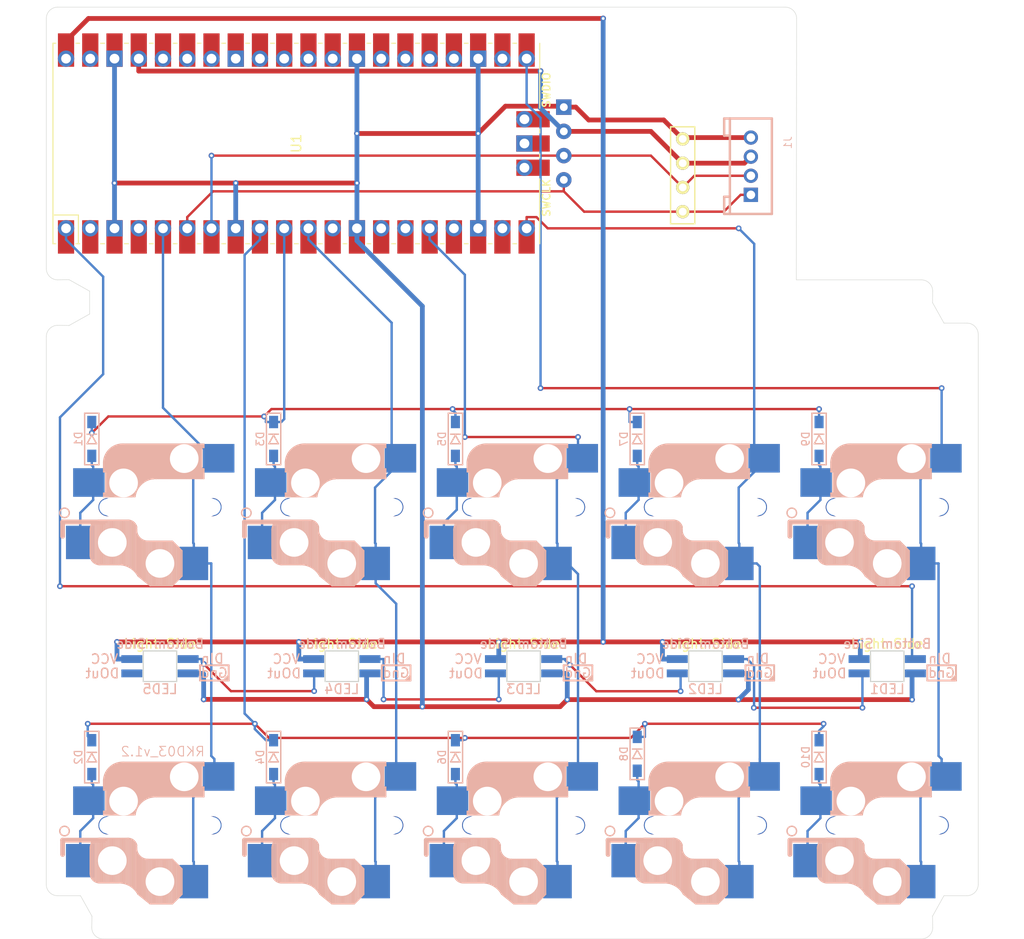
<source format=kicad_pcb>
(kicad_pcb (version 20240108) (generator "pcbnew") (generator_version "8.0")
  (layers (0 "F.Cu" signal) (31 "B.Cu" signal) (34 "B.Paste" user) (35 "F.Paste" user) (36 "B.SilkS" user "B.Silkscreen") (37 "F.SilkS" user "F.Silkscreen") (38 "B.Mask" user) (39 "F.Mask" user) (44 "Edge.Cuts" user))
  (net 0 "")
  (net 1 "Net-(D1-A)")
  (net 2 "Row0")
  (net 3 "Net-(D2-A)")
  (net 4 "Row1")
  (net 5 "Net-(D3-A)")
  (net 6 "Net-(D4-A)")
  (net 7 "Net-(D5-A)")
  (net 8 "Net-(D6-A)")
  (net 9 "Net-(D7-A)")
  (net 10 "Net-(D8-A)")
  (net 11 "Net-(D9-A)")
  (net 12 "SCL")
  (net 13 "GND")
  (net 14 "SDA")
  (net 15 "VCC")
  (net 16 "Col0")
  (net 17 "Col1")
  (net 18 "Col2")
  (net 19 "Col3")
  (net 21 "LED")
  (net 22 "Col4")
  (net 27 "3v3")
  (net 39 "Net-(LED1-DOUT)")
  (net 41 "Net-(D10-A)")
  (net 42 "Net-(LED2-DOUT)")
  (net 43 "Net-(LED3-DOUT)")
  (net 44 "Net-(LED4-DOUT)")
  (footprint "kbd_Parts:LED_SK6812MINI-E_BL" (layer "F.Cu") (at 130.9688 85.7251 180)
    (property "Reference" "LED1")
    (property "Value" "LED_SK6812MINI-E")
    (fp_line (start 1.75 1.6) (end -1.75 1.6) (stroke (width 0.12)) (layer "Edge.Cuts"))
    (fp_line (start 1.75 -1.6) (end 1.75 1.6) (stroke (width 0.12)) (layer "Edge.Cuts"))
    (fp_line (start -1.75 1.6) (end -1.75 -1.6) (stroke (width 0.12)) (layer "Edge.Cuts"))
    (fp_line (start -1.75 -1.6) (end 1.75 -1.6) (stroke (width 0.12)) (layer "Edge.Cuts"))
  )
  (footprint "Rikkodo_FootPrint:rkd_CherryChoc_v1v2_Hotswap_1u" (layer "F.Cu") (at 73.8188 102.3937)
    (property "Reference" "SW4" (hide yes))
    (property "Value" "SW_Push" (hide yes))
  )
  (footprint "kbd_Parts:Diode_SMD" (layer "F.Cu") (at 104.775 94.9037 -90)
    (property "Reference" "D8")
    (property "Value" "D" (hide yes))
  )
  (footprint "Rikkodo_FootPrint:rkd_CherryChoc_v1v2_Hotswap_1u" (layer "F.Cu") (at 92.8688 102.3937)
    (property "Reference" "SW6" (hide yes))
    (property "Value" "SW_Push" (hide yes))
  )
  (footprint "Rikkodo_FootPrint:rkd_Guard_Screw_Hall" (layer "F.Cu") (at 75 31)
    (property "Reference" "Point1" (hide yes))
    (property "Value" "Guard_Screw_Hall" (hide yes))
  )
  (footprint "kbd_Parts:LED_SK6812MINI-E_BL" (layer "F.Cu") (at 54.7688 85.725 180)
    (property "Reference" "LED5")
    (property "Value" "LED_SK6812MINI-E")
    (fp_line (start 1.75 1.6) (end -1.75 1.6) (stroke (width 0.12)) (layer "Edge.Cuts"))
    (fp_line (start 1.75 -1.6) (end 1.75 1.6) (stroke (width 0.12)) (layer "Edge.Cuts"))
    (fp_line (start -1.75 1.6) (end -1.75 -1.6) (stroke (width 0.12)) (layer "Edge.Cuts"))
    (fp_line (start -1.75 -1.6) (end 1.75 -1.6) (stroke (width 0.12)) (layer "Edge.Cuts"))
  )
  (footprint "Rikkodo_FootPrint:rkd_CherryChoc_v1v2_Hotswap_1u" (layer "F.Cu") (at 130.9688 102.3937)
    (property "Reference" "SW10" (hide yes))
    (property "Value" "SW_Push" (hide yes))
  )
  (footprint "Rikkodo_FootPrint:rkd_CherryChoc_v1v2_Hotswap_1u" (layer "F.Cu") (at 92.8688 69.0562)
    (property "Reference" "SW5" (hide yes))
    (property "Value" "SW_Push" (hide yes))
  )
  (footprint "kbd_Parts:LED_SK6812MINI-E_BL" (layer "F.Cu") (at 92.8688 85.725 180)
    (property "Reference" "LED3")
    (property "Value" "LED_SK6812MINI-E")
    (fp_line (start 1.75 1.6) (end -1.75 1.6) (stroke (width 0.12)) (layer "Edge.Cuts"))
    (fp_line (start 1.75 -1.6) (end 1.75 1.6) (stroke (width 0.12)) (layer "Edge.Cuts"))
    (fp_line (start -1.75 1.6) (end -1.75 -1.6) (stroke (width 0.12)) (layer "Edge.Cuts"))
    (fp_line (start -1.75 -1.6) (end 1.75 -1.6) (stroke (width 0.12)) (layer "Edge.Cuts"))
  )
  (footprint "Rikkodo_FootPrint:rkd_CherryChoc_v1v2_Hotswap_1u" (layer "F.Cu") (at 73.8188 69.0562)
    (property "Reference" "SW3" (hide yes))
    (property "Value" "SW_Push" (hide yes))
  )
  (footprint "kbd_Parts:Diode_SMD" (layer "F.Cu") (at 66.675 95.25 -90)
    (property "Reference" "D4")
    (property "Value" "D" (hide yes))
  )
  (footprint "kbd_Parts:Diode_SMD" (layer "F.Cu") (at 85.725 95.25 -90)
    (property "Reference" "D6")
    (property "Value" "D" (hide yes))
  )
  (footprint "Rikkodo_FootPrint:rkd_CherryChoc_v1v2_Hotswap_1u" (layer "F.Cu") (at 54.7688 102.3937)
    (property "Reference" "SW2" (hide yes))
    (property "Value" "SW_Push" (hide yes))
  )
  (footprint "kbd_Parts:OLED" (layer "F.Cu") (at 109.5375 38.1 90)
    (property "Reference" "OL2")
    (property "Value" "OLED" (hide yes))
  )
  (footprint "Rikkodo_FootPrint:rkd_CherryChoc_v1v2_Hotswap_1u" (layer "F.Cu") (at 111.9188 102.3937)
    (property "Reference" "SW8" (hide yes))
    (property "Value" "SW_Push" (hide yes))
  )
  (footprint "kbd_Parts:Diode_SMD" (layer "F.Cu") (at 123.825 95.25 -90)
    (property "Reference" "D10")
    (property "Value" "D" (hide yes))
  )
  (footprint "RPi_Pico:RPi_Pico_SMD_TH" (layer "F.Cu") (at 69.0563 30.9562 90)
    (property "Reference" "U1")
    (property "Value" "Pico")
  )
  (footprint "kbd_Parts:LED_SK6812MINI-E_BL" (layer "F.Cu") (at 111.9188 85.7251 180)
    (property "Reference" "LED2")
    (property "Value" "LED_SK6812MINI-E")
    (fp_line (start 1.75 1.6) (end -1.75 1.6) (stroke (width 0.12)) (layer "Edge.Cuts"))
    (fp_line (start 1.75 -1.6) (end 1.75 1.6) (stroke (width 0.12)) (layer "Edge.Cuts"))
    (fp_line (start -1.75 1.6) (end -1.75 -1.6) (stroke (width 0.12)) (layer "Edge.Cuts"))
    (fp_line (start -1.75 -1.6) (end 1.75 -1.6) (stroke (width 0.12)) (layer "Edge.Cuts"))
  )
  (footprint "BrownSugar_KBD:OLED_center_display" (layer "F.Cu") (at 78.5813 30.9562 90)
    (property "Reference" "OL1")
    (property "Value" "OLED" (hide yes))
  )
  (footprint "Rikkodo_FootPrint:rkd_CherryChoc_v1v2_Hotswap_1u" (layer "F.Cu") (at 130.9688 69.0562)
    (property "Reference" "SW9" (hide yes))
    (property "Value" "SW_Push" (hide yes))
  )
  (footprint "kbd_Parts:Diode_SMD" (layer "F.Cu") (at 123.825 61.9125 -90)
    (property "Reference" "D9")
    (property "Value" "D" (hide yes))
  )
  (footprint "kbd_Parts:Diode_SMD" (layer "F.Cu") (at 66.675 61.9125 -90)
    (property "Reference" "D3")
    (property "Value" "D" (hide yes))
  )
  (footprint "kbd_Parts:Diode_SMD" (layer "F.Cu") (at 47.625 95.25 -90)
    (property "Reference" "D2")
    (property "Value" "D" (hide yes))
  )
  (footprint "kbd_Parts:Diode_SMD" (layer "F.Cu") (at 104.775 61.9125 -90)
    (property "Reference" "D7")
    (property "Value" "D" (hide yes))
  )
  (footprint "kbd_Parts:Diode_SMD" (layer "F.Cu") (at 47.625 61.9125 -90)
    (property "Reference" "D1")
    (property "Value" "D" (hide yes))
  )
  (footprint "kbd_Parts:Diode_SMD" (layer "F.Cu") (at 85.725 61.9125 -90)
    (property "Reference" "D5")
    (property "Value" "D" (hide yes))
  )
  (footprint "Rikkodo_FootPrint:rkd_CherryChoc_v1v2_Hotswap_1u" (layer "F.Cu") (at 54.7688 69.0562)
    (property "Reference" "SW1" (hide yes))
    (property "Value" "SW_Push" (hide yes))
  )
  (footprint "Rikkodo_FootPrint:rkd_CherryChoc_v1v2_Hotswap_1u" (layer "F.Cu") (at 111.9188 69.0562)
    (property "Reference" "SW7" (hide yes))
    (property "Value" "SW_Push" (hide yes))
  )
  (footprint "kbd_Parts:LED_SK6812MINI-E_BL" (layer "F.Cu") (at 73.8188 85.725 180)
    (property "Reference" "LED4")
    (property "Value" "LED_SK6812MINI-E")
    (fp_line (start 1.75 1.6) (end -1.75 1.6) (stroke (width 0.12)) (layer "Edge.Cuts"))
    (fp_line (start 1.75 -1.6) (end 1.75 1.6) (stroke (width 0.12)) (layer "Edge.Cuts"))
    (fp_line (start -1.75 1.6) (end -1.75 -1.6) (stroke (width 0.12)) (layer "Edge.Cuts"))
    (fp_line (start -1.75 -1.6) (end 1.75 -1.6) (stroke (width 0.12)) (layer "Edge.Cuts"))
  )
  (footprint "OPL_Connector:GROVE-HW4-2.0" (layer "B.Cu") (at 116.6813 33.3375 90)
    (property "Reference" "J1")
    (property "Value" "GROVE-CONNECTOR-DIP_4P-2.0_")
  )
  (gr_arc (start 135.73125 113.109375) (mid 135.382524 113.951274) (end 134.540625 114.3) (stroke (width 0.05)) (layer "Edge.Cuts"))
  (gr_line (start 42.862525 51.196875) (end 42.853125 108.578125) (stroke (width 0.05)) (layer "Edge.Cuts"))
  (gr_line (start 42.862525 17.859375) (end 42.8625 44.053125) (stroke (width 0.05)) (layer "Edge.Cuts"))
  (gr_arc (start 42.862525 51.196875) (mid 43.211244 50.354994) (end 44.053125 50.006275) (stroke (width 0.05)) (layer "Edge.Cuts"))
  (gr_line (start 45.24375 45.225) (end 47.39375 46.425) (stroke (width 0.05)) (layer "Edge.Cuts"))
  (gr_arc (start 44.053125 45.24375) (mid 43.211226 44.895024) (end 42.8625 44.053125) (stroke (width 0.05)) (layer "Edge.Cuts"))
  (gr_arc (start 140.503125 108.578125) (mid 140.154399 109.420024) (end 139.3125 109.76875) (stroke (width 0.05)) (layer "Edge.Cuts"))
  (gr_line (start 139.3125 49.775) (end 136.9125 49.775) (stroke (width 0.05)) (layer "Edge.Cuts"))
  (gr_line (start 135.73125 113.109375) (end 135.7125 111.91875) (stroke (width 0.05)) (layer "Edge.Cuts"))
  (gr_line (start 140.503125 50.965625) (end 140.503125 108.578125) (stroke (width 0.05)) (layer "Edge.Cuts"))
  (gr_line (start 44.04375 109.76875) (end 46.44375 109.76875) (stroke (width 0.05)) (layer "Edge.Cuts"))
  (gr_line (start 136.9125 109.76875) (end 139.3125 109.76875) (stroke (width 0.05)) (layer "Edge.Cuts"))
  (gr_arc (start 48.815625 114.3) (mid 47.973726 113.951274) (end 47.625 113.109375) (stroke (width 0.05)) (layer "Edge.Cuts"))
  (gr_line (start 121.471875 17.8594) (end 121.44375 45.24375) (stroke (width 0.05)) (layer "Edge.Cuts"))
  (gr_line (start 47.39375 48.825) (end 47.39375 46.425) (stroke (width 0.05)) (layer "Edge.Cuts"))
  (gr_arc (start 134.540625 45.24375) (mid 135.382502 45.592498) (end 135.73125 46.434375) (stroke (width 0.05)) (layer "Edge.Cuts"))
  (gr_line (start 47.64375 111.91875) (end 47.625 113.109375) (stroke (width 0.05)) (layer "Edge.Cuts"))
  (gr_line (start 120.28125 16.668775) (end 44.05315 16.66875) (stroke (width 0.05)) (layer "Edge.Cuts"))
  (gr_line (start 44.053125 50.00625) (end 45.24375 50.025) (stroke (width 0.05)) (layer "Edge.Cuts"))
  (gr_line (start 45.24375 50.025) (end 47.39375 48.825) (stroke (width 0.05)) (layer "Edge.Cuts"))
  (gr_line (start 45.24375 45.225) (end 44.053125 45.24375) (stroke (width 0.05)) (layer "Edge.Cuts"))
  (gr_arc (start 42.862525 17.859375) (mid 43.211261 17.017501) (end 44.05315 16.66875) (stroke (width 0.05)) (layer "Edge.Cuts"))
  (gr_line (start 48.815625 114.3) (end 134.540625 114.3) (stroke (width 0.05)) (layer "Edge.Cuts"))
  (gr_arc (start 44.04375 109.76875) (mid 43.201851 109.420024) (end 42.853125 108.578125) (stroke (width 0.05)) (layer "Edge.Cuts"))
  (gr_arc (start 139.3125 49.775) (mid 140.154399 50.123726) (end 140.503125 50.965625) (stroke (width 0.05)) (layer "Edge.Cuts"))
  (gr_arc (start 120.28125 16.668775) (mid 121.123108 17.01752) (end 121.471875 17.8594) (stroke (width 0.05)) (layer "Edge.Cuts"))
  (gr_line (start 135.7125 47.625) (end 136.9125 49.775) (stroke (width 0.05)) (layer "Edge.Cuts"))
  (gr_line (start 121.44375 45.24375) (end 134.540625 45.24375) (stroke (width 0.05)) (layer "Edge.Cuts"))
  (gr_line (start 135.7125 111.91875) (end 136.9125 109.76875) (stroke (width 0.05)) (layer "Edge.Cuts"))
  (gr_line (start 46.44375 109.76875) (end 47.64375 111.91875) (stroke (width 0.05)) (layer "Edge.Cuts"))
  (gr_line (start 135.73125 46.434375) (end 135.7125 47.625) (stroke (width 0.05)) (layer "Edge.Cuts"))
  (gr_text "RKD03_v1.2" (at 59.53125 95.25 0) (layer "B.SilkS") (effects (font (size 1 1) (thickness 0.1)) (justify left bottom mirror)))
  (segment (start 47.7688 68.3029) (end 46.4188 69.6529) (width 0.25) (layer "B.Cu") (net 1))
  (segment (start 47.625 63.6875) (end 47.625 64.6642) (width 0.25) (layer "B.Cu") (net 1))
  (segment (start 47.7688 66.4762) (end 47.7688 68.3029) (width 0.25) (layer "B.Cu") (net 1))
  (segment (start 46.4188 69.6529) (end 46.4188 72.7562) (width 0.25) (layer "B.Cu") (net 1))
  (segment (start 47.7688 64.808) (end 47.7688 66.4762) (width 0.25) (layer "B.Cu") (net 1))
  (segment (start 47.625 64.6642) (end 47.7688 64.808) (width 0.25) (layer "B.Cu") (net 1))
  (segment (start 66.4506 58.78) (end 65.6757 59.5549) (width 0.25) (layer "F.Cu") (net 2))
  (segment (start 85.4283 58.78) (end 103.9733 58.78) (width 0.25) (layer "F.Cu") (net 2))
  (segment (start 65.6757 59.5549) (end 49.3605 59.5549) (width 0.25) (layer "F.Cu") (net 2))
  (segment (start 103.9733 58.78) (end 123.825 58.78) (width 0.25) (layer "F.Cu") (net 2))
  (segment (start 85.4283 58.78) (end 66.4506 58.78) (width 0.25) (layer "F.Cu") (net 2))
  (segment (start 49.3605 59.5549) (end 47.625 61.2904) (width 0.25) (layer "F.Cu") (net 2))
  (via (at 123.825 58.78) (size 0.6) (drill 0.3) (layers "F.Cu" "B.Cu") (net 2))
  (via (at 103.9733 58.78) (size 0.6) (drill 0.3) (layers "F.Cu" "B.Cu") (net 2))
  (via (at 65.6757 59.5549) (size 0.6) (drill 0.3) (layers "F.Cu" "B.Cu") (net 2))
  (via (at 85.4283 58.78) (size 0.6) (drill 0.3) (layers "F.Cu" "B.Cu") (net 2))
  (via (at 47.625 61.2904) (size 0.6) (drill 0.3) (layers "F.Cu" "B.Cu") (net 2))
  (segment (start 103.9733 60.1375) (end 103.9733 58.78) (width 0.25) (layer "B.Cu") (net 2))
  (segment (start 85.725 60.1375) (end 85.725 59.1608) (width 0.25) (layer "B.Cu") (net 2))
  (segment (start 67.7863 59.8279) (end 67.4767 60.1375) (width 0.25) (layer "B.Cu") (net 2))
  (segment (start 66.675 60.1375) (end 65.8733 60.1375) (width 0.25) (layer "B.Cu") (net 2))
  (segment (start 47.625 60.1375) (end 47.625 61.2904) (width 0.25) (layer "B.Cu") (net 2))
  (segment (start 85.4283 58.8641) (end 85.4283 58.78) (width 0.25) (layer "B.Cu") (net 2))
  (segment (start 85.725 59.1608) (end 85.4283 58.8641) (width 0.25) (layer "B.Cu") (net 2))
  (segment (start 67.7863 39.8462) (end 67.7863 59.8279) (width 0.25) (layer "B.Cu") (net 2))
  (segment (start 104.775 60.1375) (end 103.9733 60.1375) (width 0.25) (layer "B.Cu") (net 2))
  (segment (start 66.675 60.1375) (end 67.4767 60.1375) (width 0.25) (layer "B.Cu") (net 2))
  (segment (start 65.8733 59.7525) (end 65.8733 60.1375) (width 0.25) (layer "B.Cu") (net 2))
  (segment (start 123.825 60.1375) (end 123.825 58.78) (width 0.25) (layer "B.Cu") (net 2))
  (segment (start 65.6757 59.5549) (end 65.8733 59.7525) (width 0.25) (layer "B.Cu") (net 2))
  (segment (start 47.7688 101.6404) (end 46.4188 102.9904) (width 0.25) (layer "B.Cu") (net 3))
  (segment (start 47.7688 99.8137) (end 47.7688 101.6404) (width 0.25) (layer "B.Cu") (net 3))
  (segment (start 47.7688 98.1455) (end 47.7688 99.8137) (width 0.25) (layer "B.Cu") (net 3))
  (segment (start 47.625 98.0017) (end 47.7688 98.1455) (width 0.25) (layer "B.Cu") (net 3))
  (segment (start 46.4188 102.9904) (end 46.4188 106.0937) (width 0.25) (layer "B.Cu") (net 3))
  (segment (start 47.625 97.025) (end 47.625 98.0017) (width 0.25) (layer "B.Cu") (net 3))
  (segment (start 104.0944 93.2364) (end 105.5767 91.7541) (width 0.25) (layer "F.Cu") (net 4))
  (segment (start 47.2009 91.7541) (end 64.7093 91.7541) (width 0.25) (layer "F.Cu") (net 4))
  (segment (start 66.1916 93.2364) (end 86.7156 93.2364) (width 0.25) (layer "F.Cu") (net 4))
  (segment (start 124.2961 91.7541) (end 105.5767 91.7541) (width 0.25) (layer "F.Cu") (net 4))
  (segment (start 64.7093 91.7541) (end 66.1916 93.2364) (width 0.25) (layer "F.Cu") (net 4))
  (segment (start 86.7156 93.2364) (end 104.0944 93.2364) (width 0.25) (layer "F.Cu") (net 4))
  (via (at 124.2961 91.7541) (size 0.6) (drill 0.3) (layers "F.Cu" "B.Cu") (net 4))
  (via (at 64.7093 91.7541) (size 0.6) (drill 0.3) (layers "F.Cu" "B.Cu") (net 4))
  (via (at 86.7156 93.2364) (size 0.6) (drill 0.3) (layers "F.Cu" "B.Cu") (net 4))
  (via (at 105.5767 91.7541) (size 0.6) (drill 0.3) (layers "F.Cu" "B.Cu") (net 4))
  (via (at 47.2009 91.7541) (size 0.6) (drill 0.3) (layers "F.Cu" "B.Cu") (net 4))
  (segment (start 104.775 93.1287) (end 105.5767 93.1287) (width 0.25) (layer "B.Cu") (net 4))
  (segment (start 63.6376 90.6824) (end 64.7093 91.7541) (width 0.25) (layer "B.Cu") (net 4))
  (segment (start 47.2009 93.0509) (end 47.2009 91.7541) (width 0.25) (layer "B.Cu") (net 4))
  (segment (start 85.725 93.475) (end 86.5267 93.475) (width 0.25) (layer "B.Cu") (net 4))
  (segment (start 123.825 93.475) (end 123.825 92.4983) (width 0.25) (layer "B.Cu") (net 4))
  (segment (start 66.675 93.475) (end 65.8733 93.475) (width 0.25) (layer "B.Cu") (net 4))
  (segment (start 47.625 93.475) (end 47.2009 93.0509) (width 0.25) (layer "B.Cu") (net 4))
  (segment (start 65.8733 93.475) (end 64.7093 92.311) (width 0.25) (layer "B.Cu") (net 4))
  (segment (start 86.5267 93.475) (end 86.5267 93.4253) (width 0.25) (layer "B.Cu") (net 4))
  (segment (start 123.825 92.4983) (end 124.2961 92.0272) (width 0.25) (layer "B.Cu") (net 4))
  (segment (start 63.6376 42.6316) (end 63.6376 90.6824) (width 0.25) (layer "B.Cu") (net 4))
  (segment (start 64.7093 92.311) (end 64.7093 91.7541) (width 0.25) (layer "B.Cu") (net 4))
  (segment (start 124.2961 92.0272) (end 124.2961 91.7541) (width 0.25) (layer "B.Cu") (net 4))
  (segment (start 86.5267 93.4253) (end 86.7156 93.2364) (width 0.25) (layer "B.Cu") (net 4))
  (segment (start 65.2463 41.0229) (end 63.6376 42.6316) (width 0.25) (layer "B.Cu") (net 4))
  (segment (start 65.2463 39.8462) (end 65.2463 41.0229) (width 0.25) (layer "B.Cu") (net 4))
  (segment (start 105.5767 93.1287) (end 105.5767 91.7541) (width 0.25) (layer "B.Cu") (net 4))
  (segment (start 66.675 64.6642) (end 66.8188 64.808) (width 0.25) (layer "B.Cu") (net 5))
  (segment (start 66.675 63.6875) (end 66.675 64.6642) (width 0.25) (layer "B.Cu") (net 5))
  (segment (start 66.8188 64.808) (end 66.8188 66.4762) (width 0.25) (layer "B.Cu") (net 5))
  (segment (start 66.8188 68.3029) (end 65.4688 69.6529) (width 0.25) (layer "B.Cu") (net 5))
  (segment (start 65.4688 69.6529) (end 65.4688 72.7562) (width 0.25) (layer "B.Cu") (net 5))
  (segment (start 66.8188 66.4762) (end 66.8188 68.3029) (width 0.25) (layer "B.Cu") (net 5))
  (segment (start 66.675 98.0017) (end 66.8188 98.1455) (width 0.25) (layer "B.Cu") (net 6))
  (segment (start 66.8188 98.1455) (end 66.8188 99.8137) (width 0.25) (layer "B.Cu") (net 6))
  (segment (start 66.8188 99.8137) (end 66.8188 101.6404) (width 0.25) (layer "B.Cu") (net 6))
  (segment (start 66.8188 101.6404) (end 65.4688 102.9904) (width 0.25) (layer "B.Cu") (net 6))
  (segment (start 66.675 97.025) (end 66.675 98.0017) (width 0.25) (layer "B.Cu") (net 6))
  (segment (start 65.4688 102.9904) (end 65.4688 106.0937) (width 0.25) (layer "B.Cu") (net 6))
  (segment (start 85.8688 66.4762) (end 85.8688 69.3295) (width 0.25) (layer "B.Cu") (net 7))
  (segment (start 85.725 64.6642) (end 85.8688 64.808) (width 0.25) (layer "B.Cu") (net 7))
  (segment (start 85.725 63.6875) (end 85.725 64.6642) (width 0.25) (layer "B.Cu") (net 7))
  (segment (start 85.8688 64.808) (end 85.8688 66.4762) (width 0.25) (layer "B.Cu") (net 7))
  (segment (start 85.8688 69.3295) (end 84.5188 70.6795) (width 0.25) (layer "B.Cu") (net 7))
  (segment (start 84.5188 72.7562) (end 84.5188 70.6795) (width 0.25) (layer "B.Cu") (net 7))
  (segment (start 85.8688 98.1455) (end 85.8688 99.8137) (width 0.25) (layer "B.Cu") (net 8))
  (segment (start 85.8688 101.6404) (end 84.5188 102.9904) (width 0.25) (layer "B.Cu") (net 8))
  (segment (start 85.725 97.025) (end 85.725 98.0017) (width 0.25) (layer "B.Cu") (net 8))
  (segment (start 84.5188 102.9904) (end 84.5188 106.0937) (width 0.25) (layer "B.Cu") (net 8))
  (segment (start 85.8688 99.8137) (end 85.8688 101.6404) (width 0.25) (layer "B.Cu") (net 8))
  (segment (start 85.725 98.0017) (end 85.8688 98.1455) (width 0.25) (layer "B.Cu") (net 8))
  (segment (start 104.9188 66.4762) (end 104.9188 68.3029) (width 0.25) (layer "B.Cu") (net 9))
  (segment (start 103.5688 69.6529) (end 103.5688 72.7562) (width 0.25) (layer "B.Cu") (net 9))
  (segment (start 104.775 63.6875) (end 104.775 64.6642) (width 0.25) (layer "B.Cu") (net 9))
  (segment (start 104.9188 68.3029) (end 103.5688 69.6529) (width 0.25) (layer "B.Cu") (net 9))
  (segment (start 104.9188 64.808) (end 104.9188 66.4762) (width 0.25) (layer "B.Cu") (net 9))
  (segment (start 104.775 64.6642) (end 104.9188 64.808) (width 0.25) (layer "B.Cu") (net 9))
  (segment (start 104.9188 97.7992) (end 104.9188 99.8137) (width 0.25) (layer "B.Cu") (net 10))
  (segment (start 104.775 97.6554) (end 104.9188 97.7992) (width 0.25) (layer "B.Cu") (net 10))
  (segment (start 104.775 96.6787) (end 104.775 97.6554) (width 0.25) (layer "B.Cu") (net 10))
  (segment (start 104.9188 99.8137) (end 104.9188 101.6404) (width 0.25) (layer "B.Cu") (net 10))
  (segment (start 104.9188 101.6404) (end 103.5688 102.9904) (width 0.25) (layer "B.Cu") (net 10))
  (segment (start 103.5688 102.9904) (end 103.5688 106.0937) (width 0.25) (layer "B.Cu") (net 10))
  (segment (start 122.6188 69.6529) (end 122.6188 72.7562) (width 0.25) (layer "B.Cu") (net 11))
  (segment (start 123.9688 64.808) (end 123.9688 66.4762) (width 0.25) (layer "B.Cu") (net 11))
  (segment (start 123.825 64.6642) (end 123.9688 64.808) (width 0.25) (layer "B.Cu") (net 11))
  (segment (start 123.9688 68.3029) (end 122.6188 69.6529) (width 0.25) (layer "B.Cu") (net 11))
  (segment (start 123.9688 66.4762) (end 123.9688 68.3029) (width 0.25) (layer "B.Cu") (net 11))
  (segment (start 123.825 63.6875) (end 123.825 64.6642) (width 0.25) (layer "B.Cu") (net 11))
  (segment (start 97.0813 32.2262) (end 60.1663 32.2262) (width 0.25) (layer "F.Cu") (net 12))
  (segment (start 110.76 34.3375) (end 109.5375 35.56) (width 0.25) (layer "F.Cu") (net 12))
  (segment (start 97.0813 32.2262) (end 106.2037 32.2262) (width 0.25) (layer "F.Cu") (net 12))
  (segment (start 116.6813 34.3375) (end 110.76 34.3375) (width 0.25) (layer "F.Cu") (net 12))
  (segment (start 106.2037 32.2262) (end 109.5375 35.56) (width 0.25) (layer "F.Cu") (net 12))
  (via (at 60.1663 32.2262) (size 0.6) (drill 0.3) (layers "F.Cu" "B.Cu") (net 12))
  (segment (start 60.1663 39.8462) (end 60.1663 32.2262) (width 0.25) (layer "B.Cu") (net 12))
  (segment (start 97.7122 27.1462) (end 98.343 27.1462) (width 0.5) (layer "F.Cu") (net 13))
  (segment (start 115.3784 89.223) (end 133.5688 89.223) (width 0.5) (layer "F.Cu") (net 13))
  (segment (start 62.7063 35.1) (end 50.0063 35.1) (width 0.5) (layer "F.Cu") (net 13))
  (segment (start 88.1063 29.9089) (end 75.4063 29.9089) (width 0.5) (layer "F.Cu") (net 13))
  (segment (start 107.5515 28.494) (end 99.6908 28.494) (width 0.5) (layer "F.Cu") (net 13))
  (segment (start 96.7002 89.9627) (end 82.26 89.9627) (width 0.5) (layer "F.Cu") (net 13))
  (segment (start 97.4436 89.2193) (end 97.4473 89.223) (width 0.5) (layer "F.Cu") (net 13))
  (segment (start 97.0813 27.1462) (end 97.7122 27.1462) (width 0.5) (layer "F.Cu") (net 13))
  (segment (start 97.4436 89.2193) (end 96.7002 89.9627) (width 0.5) (layer "F.Cu") (net 13))
  (segment (start 82.26 89.9627) (end 77.1806 89.9627) (width 0.5) (layer "F.Cu") (net 13))
  (segment (start 99.6908 28.494) (end 98.343 27.1462) (width 0.5) (layer "F.Cu") (net 13))
  (segment (start 59.3473 89.2009) (end 76.4188 89.2009) (width 0.5) (layer "F.Cu") (net 13))
  (segment (start 62.7063 35.1) (end 75.4063 35.1) (width 0.5) (layer "F.Cu") (net 13))
  (segment (start 97.4473 89.223) (end 115.3784 89.223) (width 0.5) (layer "F.Cu") (net 13))
  (segment (start 97.6151 27.0491) (end 90.9661 27.0491) (width 0.5) (layer "F.Cu") (net 13))
  (segment (start 77.1806 89.9627) (end 76.4188 89.2009) (width 0.5) (layer "F.Cu") (net 13))
  (segment (start 109.68 30.3375) (end 109.5375 30.48) (width 0.5) (layer "F.Cu") (net 13))
  (segment (start 97.7122 27.1462) (end 97.6151 27.0491) (width 0.5) (layer "F.Cu") (net 13))
  (segment (start 116.6813 30.3375) (end 109.68 30.3375) (width 0.5) (layer "F.Cu") (net 13))
  (segment (start 90.9661 27.0491) (end 88.1063 29.9089) (width 0.5) (layer "F.Cu") (net 13))
  (segment (start 109.5375 30.48) (end 107.5515 28.494) (width 0.5) (layer "F.Cu") (net 13))
  (via (at 75.4063 29.9089) (size 0.6) (drill 0.3) (layers "F.Cu" "B.Cu") (net 13))
  (via (at 62.7063 35.1) (size 0.6) (drill 0.3) (layers "F.Cu" "B.Cu") (net 13))
  (via (at 75.4063 35.1) (size 0.6) (drill 0.3) (layers "F.Cu" "B.Cu") (net 13))
  (via (at 88.1063 29.9089) (size 0.6) (drill 0.3) (layers "F.Cu" "B.Cu") (net 13))
  (via (at 59.3473 89.2009) (size 0.6) (drill 0.3) (layers "F.Cu" "B.Cu") (net 13))
  (via (at 115.3784 89.223) (size 0.6) (drill 0.3) (layers "F.Cu" "B.Cu") (net 13))
  (via (at 76.4188 89.2009) (size 0.6) (drill 0.3) (layers "F.Cu" "B.Cu") (net 13))
  (via (at 133.5688 89.223) (size 0.6) (drill 0.3) (layers "F.Cu" "B.Cu") (net 13))
  (via (at 97.4436 89.2193) (size 0.6) (drill 0.3) (layers "F.Cu" "B.Cu") (net 13))
  (via (at 82.26 89.9627) (size 0.6) (drill 0.3) (layers "F.Cu" "B.Cu") (net 13))
  (via (at 50.0063 35.1) (size 0.6) (drill 0.3) (layers "F.Cu" "B.Cu") (net 13))
  (segment (start 88.1063 22.0662) (end 88.1063 29.9089) (width 0.5) (layer "B.Cu") (net 13))
  (segment (start 62.7063 39.8462) (end 62.7063 35.1) (width 0.5) (layer "B.Cu") (net 13))
  (segment (start 97.4436 86.5481) (end 97.4436 89.2193) (width 0.5) (layer "B.Cu") (net 13))
  (segment (start 75.4063 22.0662) (end 75.4063 29.9089) (width 0.5) (layer "B.Cu") (net 13))
  (segment (start 95.4688 86.475) (end 97.3705 86.475) (width 0.5) (layer "B.Cu") (net 13))
  (segment (start 116.4205 88.1809) (end 115.3784 89.223) (width 0.5) (layer "B.Cu") (net 13))
  (segment (start 114.5188 86.4751) (end 116.4205 86.4751) (width 0.5) (layer "B.Cu") (net 13))
  (segment (start 57.3688 86.475) (end 59.2705 86.475) (width 0.5) (layer "B.Cu") (net 13))
  (segment (start 75.4063 41.1479) (end 82.26 48.0016) (width 0.5) (layer "B.Cu") (net 13))
  (segment (start 59.2705 86.475) (end 59.3473 86.5518) (width 0.5) (layer "B.Cu") (net 13))
  (segment (start 75.4063 39.8462) (end 75.4063 41.1479) (width 0.5) (layer "B.Cu") (net 13))
  (segment (start 75.4063 35.1) (end 75.4063 29.9089) (width 0.5) (layer "B.Cu") (net 13))
  (segment (start 97.3705 86.475) (end 97.4436 86.5481) (width 0.5) (layer "B.Cu") (net 13))
  (segment (start 50.0063 35.1) (end 50.0063 39.8462) (width 0.5) (layer "B.Cu") (net 13))
  (segment (start 88.1063 29.9089) (end 88.1063 39.8462) (width 0.5) (layer "B.Cu") (net 13))
  (segment (start 76.4188 86.475) (end 76.4188 89.2009) (width 0.5) (layer "B.Cu") (net 13))
  (segment (start 116.4205 86.4751) (end 116.4205 88.1809) (width 0.5) (layer "B.Cu") (net 13))
  (segment (start 75.4063 39.8462) (end 75.4063 35.1) (width 0.5) (layer "B.Cu") (net 13))
  (segment (start 50.0063 22.0662) (end 50.0063 35.1) (width 0.5) (layer "B.Cu") (net 13))
  (segment (start 133.5688 86.4751) (end 133.5688 89.223) (width 0.5) (layer "B.Cu") (net 13))
  (segment (start 82.26 48.0016) (end 82.26 89.9627) (width 0.5) (layer "B.Cu") (net 13))
  (segment (start 59.3473 86.5518) (end 59.3473 89.2009) (width 0.5) (layer "B.Cu") (net 13))
  (segment (start 99.2121 38.1) (end 109.5375 38.1) (width 0.25) (layer "F.Cu") (net 14))
  (segment (start 115.6046 36.3375) (end 113.8421 38.1) (width 0.25) (layer "F.Cu") (net 14))
  (segment (start 57.6263 39.8462) (end 57.6263 38.6695) (width 0.25) (layer "F.Cu") (net 14))
  (segment (start 116.6813 36.3375) (end 115.6046 36.3375) (width 0.25) (layer "F.Cu") (net 14))
  (segment (start 113.8421 38.1) (end 109.5375 38.1) (width 0.25) (layer "F.Cu") (net 14))
  (segment (start 97.0813 34.7662) (end 97.0813 35.9692) (width 0.25) (layer "F.Cu") (net 14))
  (segment (start 97.0813 35.9692) (end 99.2121 38.1) (width 0.25) (layer "F.Cu") (net 14))
  (segment (start 57.6263 38.6695) (end 60.3266 35.9692) (width 0.25) (layer "F.Cu") (net 14))
  (segment (start 60.3266 35.9692) (end 97.0813 35.9692) (width 0.25) (layer "F.Cu") (net 14))
  (segment (start 107.4171 83.1772) (end 128.1467 83.1772) (width 0.5) (layer "F.Cu") (net 15))
  (segment (start 90.2688 83.1772) (end 69.3171 83.1772) (width 0.5) (layer "F.Cu") (net 15))
  (segment (start 107.4171 83.1772) (end 101.203125 83.1772) (width 0.5) (layer "F.Cu") (net 15))
  (segment (start 47.273125 17.859375) (end 44.9263 20.2062) (width 0.5) (layer "F.Cu") (net 15))
  (segment (start 44.9263 20.2062) (end 44.9263 22.0662) (width 0.5) (layer "F.Cu") (net 15))
  (segment (start 101.203125 17.859375) (end 47.273125 17.859375) (width 0.5) (layer "F.Cu") (net 15))
  (segment (start 101.203125 83.1772) (end 90.2688 83.1772) (width 0.5) (layer "F.Cu") (net 15))
  (segment (start 69.3171 83.1772) (end 50.2671 83.1772) (width 0.5) (layer "F.Cu") (net 15))
  (via (at 101.203125 17.859375) (size 0.6) (drill 0.3) (layers "F.Cu" "B.Cu") (net 15))
  (via (at 101.203125 83.1772) (size 0.6) (drill 0.3) (layers "F.Cu" "B.Cu") (net 15))
  (via (at 50.2671 83.1772) (size 0.6) (drill 0.3) (layers "F.Cu" "B.Cu") (net 15))
  (via (at 128.1467 83.1772) (size 0.6) (drill 0.3) (layers "F.Cu" "B.Cu") (net 15))
  (via (at 107.4171 83.1772) (size 0.6) (drill 0.3) (layers "F.Cu" "B.Cu") (net 15))
  (via (at 69.3171 83.1772) (size 0.6) (drill 0.3) (layers "F.Cu" "B.Cu") (net 15))
  (via (at 90.2688 83.1772) (size 0.6) (drill 0.3) (layers "F.Cu" "B.Cu") (net 15))
  (segment (start 90.2688 84.975) (end 90.2688 83.1772) (width 0.5) (layer "B.Cu") (net 15))
  (segment (start 109.3188 84.9751) (end 107.4171 84.9751) (width 0.5) (layer "B.Cu") (net 15))
  (segment (start 52.1688 84.975) (end 50.2671 84.975) (width 0.5) (layer "B.Cu") (net 15))
  (segment (start 69.3171 84.975) (end 69.3171 83.1772) (width 0.5) (layer "B.Cu") (net 15))
  (segment (start 128.1467 84.753) (end 128.1467 83.1772) (width 0.5) (layer "B.Cu") (net 15))
  (segment (start 50.2671 84.975) (end 50.2671 83.1772) (width 0.5) (layer "B.Cu") (net 15))
  (segment (start 107.4171 84.9751) (end 107.4171 83.1772) (width 0.5) (layer "B.Cu") (net 15))
  (segment (start 101.203125 17.859375) (end 101.203125 83.1772) (width 0.5) (layer "B.Cu") (net 15))
  (segment (start 128.3688 84.9751) (end 128.1467 84.753) (width 0.5) (layer "B.Cu") (net 15))
  (segment (start 71.2188 84.975) (end 69.3171 84.975) (width 0.5) (layer "B.Cu") (net 15))
  (segment (start 55.0863 58.6463) (end 60.3762 63.9362) (width 0.25) (layer "B.Cu") (net 16))
  (segment (start 60.4688 96.6289) (end 60.4688 95.447) (width 0.25) (layer "B.Cu") (net 16))
  (segment (start 58.2537 99.4888) (end 58.2537 106.1519) (width 0.25) (layer "B.Cu") (net 16))
  (segment (start 60.1455 74.9562) (end 60.1455 95.1237) (width 0.25) (layer "B.Cu") (net 16))
  (segment (start 58.3188 73.9178) (end 58.3188 72.8795) (width 0.25) (layer "B.Cu") (net 16))
  (segment (start 55.0863 39.8462) (end 55.0863 58.6463) (width 0.25) (layer "B.Cu") (net 16))
  (segment (start 60.1455 95.1237) (end 60.4688 95.447) (width 0.25) (layer "B.Cu") (net 16))
  (segment (start 58.3188 74.9562) (end 60.1455 74.9562) (width 0.25) (layer "B.Cu") (net 16))
  (segment (start 58.2537 66.0587) (end 58.2537 72.8144) (width 0.25) (layer "B.Cu") (net 16))
  (segment (start 58.3188 73.9178) (end 58.3188 74.9562) (width 0.25) (layer "B.Cu") (net 16))
  (segment (start 58.3188 108.2937) (end 58.3188 106.217) (width 0.25) (layer "B.Cu") (net 16))
  (segment (start 58.2537 106.1519) (end 58.3188 106.217) (width 0.25) (layer "B.Cu") (net 16))
  (segment (start 58.2537 72.8144) (end 58.3188 72.8795) (width 0.25) (layer "B.Cu") (net 16))
  (segment (start 60.4688 96.6289) (end 60.4688 97.2737) (width 0.25) (layer "B.Cu") (net 16))
  (segment (start 60.3762 63.9362) (end 58.2537 66.0587) (width 0.25) (layer "B.Cu") (net 16))
  (segment (start 60.4688 97.2737) (end 58.2537 99.4888) (width 0.25) (layer "B.Cu") (net 16))
  (segment (start 60.3762 63.9362) (end 60.4688 63.9362) (width 0.25) (layer "B.Cu") (net 16))
  (segment (start 70.3263 39.8462) (end 70.3263 41.0229) (width 0.25) (layer "B.Cu") (net 17))
  (segment (start 77.3037 72.8144) (end 77.3688 72.8795) (width 0.25) (layer "B.Cu") (net 17))
  (segment (start 79.0434 63.9362) (end 79.0434 65.268) (width 0.25) (layer "B.Cu") (net 17))
  (segment (start 77.3688 73.9178) (end 77.3688 74.9562) (width 0.25) (layer "B.Cu") (net 17))
  (segment (start 79.5188 97.2737) (end 79.5188 79.1829) (width 0.25) (layer "B.Cu") (net 17))
  (segment (start 77.3688 106.217) (end 77.3164 106.1646) (width 0.25) (layer "B.Cu") (net 17))
  (segment (start 77.3688 73.9178) (end 77.3688 72.8795) (width 0.25) (layer "B.Cu") (net 17))
  (segment (start 77.3688 74.9562) (end 77.3688 77.0329) (width 0.25) (layer "B.Cu") (net 17))
  (segment (start 79.0434 49.74) (end 79.0434 63.9362) (width 0.25) (layer "B.Cu") (net 17))
  (segment (start 79.0434 63.9362) (end 79.5188 63.9362) (width 0.25) (layer "B.Cu") (net 17))
  (segment (start 77.3037 67.0077) (end 77.3037 72.8144) (width 0.25) (layer "B.Cu") (net 17))
  (segment (start 79.0434 65.268) (end 77.3037 67.0077) (width 0.25) (layer "B.Cu") (net 17))
  (segment (start 77.3164 99.4761) (end 79.5188 97.2737) (width 0.25) (layer "B.Cu") (net 17))
  (segment (start 70.3263 41.0229) (end 79.0434 49.74) (width 0.25) (layer "B.Cu") (net 17))
  (segment (start 77.3164 106.1646) (end 77.3164 99.4761) (width 0.25) (layer "B.Cu") (net 17))
  (segment (start 77.3688 108.2937) (end 77.3688 106.217) (width 0.25) (layer "B.Cu") (net 17))
  (segment (start 79.5188 79.1829) (end 77.3688 77.0329) (width 0.25) (layer "B.Cu") (net 17))
  (segment (start 98.5688 61.7104) (end 86.7156 61.7104) (width 0.25) (layer "F.Cu") (net 18))
  (via (at 86.7156 61.7104) (size 0.6) (drill 0.3) (layers "F.Cu" "B.Cu") (net 18))
  (via (at 98.5688 61.7104) (size 0.6) (drill 0.3) (layers "F.Cu" "B.Cu") (net 18))
  (segment (start 96.3537 99.4888) (end 96.3537 106.1519) (width 0.25) (layer "B.Cu") (net 18))
  (segment (start 96.3537 72.8144) (end 96.4188 72.8795) (width 0.25) (layer "B.Cu") (net 18))
  (segment (start 96.4188 108.2937) (end 96.4188 106.217) (width 0.25) (layer "B.Cu") (net 18))
  (segment (start 98.5688 61.7104) (end 98.5688 63.9362) (width 0.25) (layer "B.Cu") (net 18))
  (segment (start 96.4188 73.9178) (end 96.4188 72.8795) (width 0.25) (layer "B.Cu") (net 18))
  (segment (start 83.0263 41.0229) (end 86.7156 44.7122) (width 0.25) (layer "B.Cu") (net 18))
  (segment (start 98.5688 97.2737) (end 96.3537 99.4888) (width 0.25) (layer "B.Cu") (net 18))
  (segment (start 83.0263 39.8462) (end 83.0263 41.0229) (width 0.25) (layer "B.Cu") (net 18))
  (segment (start 96.4188 73.9178) (end 98.5688 76.0678) (width 0.25) (layer "B.Cu") (net 18))
  (segment (start 86.7156 44.7122) (end 86.7156 61.7104) (width 0.25) (layer "B.Cu") (net 18))
  (segment (start 98.5688 63.9362) (end 96.3537 66.1513) (width 0.25) (layer "B.Cu") (net 18))
  (segment (start 96.3537 66.1513) (end 96.3537 72.8144) (width 0.25) (layer "B.Cu") (net 18))
  (segment (start 98.5688 76.0678) (end 98.5688 97.2737) (width 0.25) (layer "B.Cu") (net 18))
  (segment (start 96.3537 106.1519) (end 96.4188 106.217) (width 0.25) (layer "B.Cu") (net 18))
  (segment (start 96.4188 74.9562) (end 96.4188 73.9178) (width 0.25) (layer "B.Cu") (net 18))
  (segment (start 93.1863 38.6695) (end 94.2158 38.6695) (width 0.25) (layer "F.Cu") (net 19))
  (segment (start 94.2158 38.6695) (end 95.3925 39.8462) (width 0.25) (layer "F.Cu") (net 19))
  (segment (start 95.3925 39.8462) (end 115.4005 39.8462) (width 0.25) (layer "F.Cu") (net 19))
  (segment (start 93.1863 39.8462) (end 93.1863 38.6695) (width 0.25) (layer "F.Cu") (net 19))
  (via (at 115.4005 39.8462) (size 0.6) (drill 0.3) (layers "F.Cu" "B.Cu") (net 19))
  (segment (start 115.4005 39.8462) (end 117.0285 41.4742) (width 0.25) (layer "B.Cu") (net 19))
  (segment (start 115.4046 106.1528) (end 115.4688 106.217) (width 0.25) (layer "B.Cu") (net 19))
  (segment (start 117.0285 65.3829) (end 115.4046 67.0068) (width 0.25) (layer "B.Cu") (net 19))
  (segment (start 115.4688 73.9178) (end 115.4688 74.9562) (width 0.25) (layer "B.Cu") (net 19))
  (segment (start 115.4688 73.9178) (end 115.4688 72.8795) (width 0.25) (layer "B.Cu") (net 19))
  (segment (start 117.6188 63.9362) (end 117.0285 63.9362) (width 0.25) (layer "B.Cu") (net 19))
  (segment (start 117.6188 95.447) (end 117.6188 75.2795) (width 0.25) (layer "B.Cu") (net 19))
  (segment (start 115.4046 67.0068) (end 115.4046 72.8153) (width 0.25) (layer "B.Cu") (net 19))
  (segment (start 115.4046 72.8153) (end 115.4688 72.8795) (width 0.25) (layer "B.Cu") (net 19))
  (segment (start 117.6188 96.3603) (end 117.6188 97.2737) (width 0.25) (layer "B.Cu") (net 19))
  (segment (start 115.4688 108.2937) (end 115.4688 106.217) (width 0.25) (layer "B.Cu") (net 19))
  (segment (start 117.6188 96.3603) (end 117.6188 95.447) (width 0.25) (layer "B.Cu") (net 19))
  (segment (start 115.4046 99.4879) (end 115.4046 106.1528) (width 0.25) (layer "B.Cu") (net 19))
  (segment (start 117.6188 75.2795) (end 117.2955 74.9562) (width 0.25) (layer "B.Cu") (net 19))
  (segment (start 115.4688 74.9562) (end 117.2955 74.9562) (width 0.25) (layer "B.Cu") (net 19))
  (segment (start 117.0285 41.4742) (end 117.0285 63.9362) (width 0.25) (layer "B.Cu") (net 19))
  (segment (start 117.6188 97.2737) (end 115.4046 99.4879) (width 0.25) (layer "B.Cu") (net 19))
  (segment (start 117.0285 63.9362) (end 117.0285 65.3829) (width 0.25) (layer "B.Cu") (net 19))
  (segment (start 44.2933 77.3425) (end 133.5688 77.3425) (width 0.25) (layer "F.Cu") (net 21))
  (via (at 133.5688 77.3425) (size 0.6) (drill 0.3) (layers "F.Cu" "B.Cu") (net 21))
  (via (at 44.2933 77.3425) (size 0.6) (drill 0.3) (layers "F.Cu" "B.Cu") (net 21))
  (segment (start 133.5688 84.9751) (end 133.5688 77.3425) (width 0.25) (layer "B.Cu") (net 21))
  (segment (start 44.9263 41.0229) (end 48.815625 44.912225) (width 0.25) (layer "B.Cu") (net 21))
  (segment (start 44.2933 59.648) (end 44.2933 77.3425) (width 0.25) (layer "B.Cu") (net 21))
  (segment (start 48.815625 44.912225) (end 48.815625 55.125675) (width 0.25) (layer "B.Cu") (net 21))
  (segment (start 48.815625 55.125675) (end 44.2933 59.648) (width 0.25) (layer "B.Cu") (net 21))
  (segment (start 44.9263 39.8462) (end 44.9263 41.0229) (width 0.25) (layer "B.Cu") (net 21))
  (segment (start 136.6688 56.5903) (end 94.6441 56.5903) (width 0.25) (layer "F.Cu") (net 22))
  (via (at 136.6688 56.5903) (size 0.6) (drill 0.3) (layers "F.Cu" "B.Cu") (net 22))
  (via (at 94.6441 56.5903) (size 0.6) (drill 0.3) (layers "F.Cu" "B.Cu") (net 22))
  (segment (start 134.4546 66.1504) (end 134.4546 72.8153) (width 0.25) (layer "B.Cu") (net 22))
  (segment (start 134.5188 74.9562) (end 136.3455 74.9562) (width 0.25) (layer "B.Cu") (net 22))
  (segment (start 93.1863 26.817) (end 94.6441 28.2748) (width 0.25) (layer "B.Cu") (net 22))
  (segment (start 136.6688 63.9362) (end 136.6688 56.5903) (width 0.25) (layer "B.Cu") (net 22))
  (segment (start 134.4546 106.1528) (end 134.5188 106.217) (width 0.25) (layer "B.Cu") (net 22))
  (segment (start 136.6688 63.9362) (end 134.4546 66.1504) (width 0.25) (layer "B.Cu") (net 22))
  (segment (start 93.1863 22.0662) (end 93.1863 26.817) (width 0.25) (layer "B.Cu") (net 22))
  (segment (start 94.6441 28.2748) (end 94.6441 56.5903) (width 0.25) (layer "B.Cu") (net 22))
  (segment (start 136.3455 95.1237) (end 136.6688 95.447) (width 0.25) (layer "B.Cu") (net 22))
  (segment (start 134.5188 108.2937) (end 134.5188 106.217) (width 0.25) (layer "B.Cu") (net 22))
  (segment (start 136.6688 97.2737) (end 134.4546 99.4879) (width 0.25) (layer "B.Cu") (net 22))
  (segment (start 134.4546 99.4879) (end 134.4546 106.1528) (width 0.25) (layer "B.Cu") (net 22))
  (segment (start 134.4546 72.8153) (end 134.5188 72.8795) (width 0.25) (layer "B.Cu") (net 22))
  (segment (start 134.5188 73.9178) (end 134.5188 74.9562) (width 0.25) (layer "B.Cu") (net 22))
  (segment (start 136.3455 74.9562) (end 136.3455 95.1237) (width 0.25) (layer "B.Cu") (net 22))
  (segment (start 136.6688 97.0218) (end 136.6688 97.2737) (width 0.25) (layer "B.Cu") (net 22))
  (segment (start 134.5188 73.9178) (end 134.5188 72.8795) (width 0.25) (layer "B.Cu") (net 22))
  (segment (start 136.6688 97.0218) (end 136.6688 95.447) (width 0.25) (layer "B.Cu") (net 22))
  (segment (start 106.2037 29.6862) (end 109.5375 33.02) (width 0.5) (layer "F.Cu") (net 27))
  (segment (start 52.5463 22.0662) (end 52.5463 23.3679) (width 0.5) (layer "F.Cu") (net 27))
  (segment (start 116.6813 32.3375) (end 115.9988 33.02) (width 0.5) (layer "F.Cu") (net 27))
  (segment (start 52.5463 23.3679) (end 94.6441 23.3679) (width 0.5) (layer "F.Cu") (net 27))
  (segment (start 97.0813 29.6862) (end 106.2037 29.6862) (width 0.5) (layer "F.Cu") (net 27))
  (segment (start 115.9988 33.02) (end 109.5375 33.02) (width 0.5) (layer "F.Cu") (net 27))
  (via (at 94.6441 23.3679) (size 0.6) (drill 0.3) (layers "F.Cu" "B.Cu") (net 27))
  (segment (start 94.6441 27.249) (end 94.6441 23.3679) (width 0.5) (layer "B.Cu") (net 27))
  (segment (start 97.0813 29.6862) (end 94.6441 27.249) (width 0.5) (layer "B.Cu") (net 27))
  (segment (start 116.9891 90.0781) (end 128.3688 90.0781) (width 0.25) (layer "F.Cu") (net 39))
  (via (at 128.3688 90.0781) (size 0.6) (drill 0.3) (layers "F.Cu" "B.Cu") (net 39))
  (via (at 116.9891 90.0781) (size 0.6) (drill 0.3) (layers "F.Cu" "B.Cu") (net 39))
  (segment (start 114.5188 84.9751) (end 116.2955 84.9751) (width 0.25) (layer "B.Cu") (net 39))
  (segment (start 117.0141 85.6937) (end 117.0141 90.0531) (width 0.25) (layer "B.Cu") (net 39))
  (segment (start 116.2955 84.9751) (end 117.0141 85.6937) (width 0.25) (layer "B.Cu") (net 39))
  (segment (start 128.3688 86.4751) (end 128.3688 90.0781) (width 0.25) (layer "B.Cu") (net 39))
  (segment (start 117.0141 90.0531) (end 116.9891 90.0781) (width 0.25) (layer "B.Cu") (net 39))
  (segment (start 123.9688 98.1455) (end 123.9688 99.8137) (width 0.25) (layer "B.Cu") (net 41))
  (segment (start 122.6188 102.9904) (end 122.6188 106.0937) (width 0.25) (layer "B.Cu") (net 41))
  (segment (start 123.825 98.0017) (end 123.9688 98.1455) (width 0.25) (layer "B.Cu") (net 41))
  (segment (start 123.825 97.025) (end 123.825 98.0017) (width 0.25) (layer "B.Cu") (net 41))
  (segment (start 123.9688 99.8137) (end 123.9688 101.6404) (width 0.25) (layer "B.Cu") (net 41))
  (segment (start 123.9688 101.6404) (end 122.6188 102.9904) (width 0.25) (layer "B.Cu") (net 41))
  (segment (start 100.4853 88.3458) (end 109.3188 88.3458) (width 0.25) (layer "F.Cu") (net 42))
  (segment (start 97.7127 85.5732) (end 100.4853 88.3458) (width 0.25) (layer "F.Cu") (net 42))
  (via (at 109.3188 88.3458) (size 0.6) (drill 0.3) (layers "F.Cu" "B.Cu") (net 42))
  (via (at 97.7127 85.5732) (size 0.6) (drill 0.3) (layers "F.Cu" "B.Cu") (net 42))
  (segment (start 95.4688 84.975) (end 97.2455 84.975) (width 0.25) (layer "B.Cu") (net 42))
  (segment (start 97.2455 84.975) (end 97.2455 85.106) (width 0.25) (layer "B.Cu") (net 42))
  (segment (start 109.3188 86.4751) (end 109.3188 88.3458) (width 0.25) (layer "B.Cu") (net 42))
  (segment (start 97.2455 85.106) (end 97.7127 85.5732) (width 0.25) (layer "B.Cu") (net 42))
  (segment (start 90.2688 89.2009) (end 78.1955 89.2009) (width 0.25) (layer "F.Cu") (net 43))
  (via (at 90.2688 89.2009) (size 0.6) (drill 0.3) (layers "F.Cu" "B.Cu") (net 43))
  (via (at 78.1955 89.2009) (size 0.6) (drill 0.3) (layers "F.Cu" "B.Cu") (net 43))
  (segment (start 78.1955 84.975) (end 78.1955 89.2009) (width 0.25) (layer "B.Cu") (net 43))
  (segment (start 76.4188 84.975) (end 78.1955 84.975) (width 0.25) (layer "B.Cu") (net 43))
  (segment (start 90.2688 86.475) (end 90.2688 89.2009) (width 0.25) (layer "B.Cu") (net 43))
  (segment (start 70.9225 88.3347) (end 62.2077 88.3347) (width 0.25) (layer "F.Cu") (net 44))
  (segment (start 62.2077 88.3347) (end 59.3625 85.4895) (width 0.25) (layer "F.Cu") (net 44))
  (via (at 70.9225 88.3347) (size 0.6) (drill 0.3) (layers "F.Cu" "B.Cu") (net 44))
  (via (at 59.3625 85.4895) (size 0.6) (drill 0.3) (layers "F.Cu" "B.Cu") (net 44))
  (segment (start 59.1455 85.2725) (end 59.1455 84.975) (width 0.25) (layer "B.Cu") (net 44))
  (segment (start 71.2188 86.475) (end 70.9225 86.7713) (width 0.25) (layer "B.Cu") (net 44))
  (segment (start 59.3625 85.4895) (end 59.1455 85.2725) (width 0.25) (layer "B.Cu") (net 44))
  (segment (start 57.3688 84.975) (end 59.1455 84.975) (width 0.25) (layer "B.Cu") (net 44))
  (segment (start 70.9225 86.7713) (end 70.9225 88.3347) (width 0.25) (layer "B.Cu") (net 44))
)
</source>
